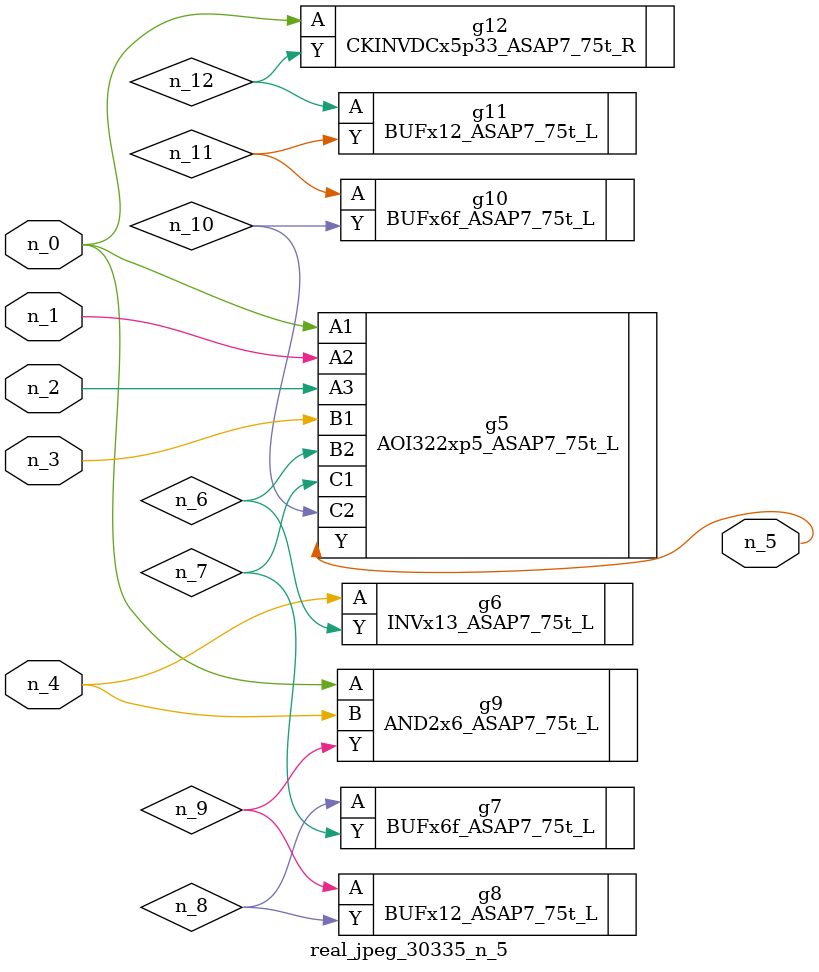
<source format=v>
module real_jpeg_30335_n_5 (n_4, n_0, n_1, n_2, n_3, n_5);

input n_4;
input n_0;
input n_1;
input n_2;
input n_3;

output n_5;

wire n_12;
wire n_8;
wire n_11;
wire n_6;
wire n_7;
wire n_10;
wire n_9;

AOI322xp5_ASAP7_75t_L g5 ( 
.A1(n_0),
.A2(n_1),
.A3(n_2),
.B1(n_3),
.B2(n_6),
.C1(n_7),
.C2(n_10),
.Y(n_5)
);

AND2x6_ASAP7_75t_L g9 ( 
.A(n_0),
.B(n_4),
.Y(n_9)
);

CKINVDCx5p33_ASAP7_75t_R g12 ( 
.A(n_0),
.Y(n_12)
);

INVx13_ASAP7_75t_L g6 ( 
.A(n_4),
.Y(n_6)
);

BUFx6f_ASAP7_75t_L g7 ( 
.A(n_8),
.Y(n_7)
);

BUFx12_ASAP7_75t_L g8 ( 
.A(n_9),
.Y(n_8)
);

BUFx6f_ASAP7_75t_L g10 ( 
.A(n_11),
.Y(n_10)
);

BUFx12_ASAP7_75t_L g11 ( 
.A(n_12),
.Y(n_11)
);


endmodule
</source>
